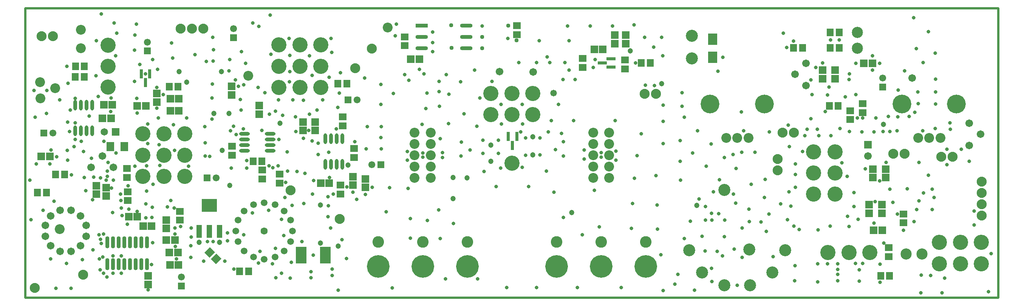
<source format=gts>
G04*
G04 #@! TF.GenerationSoftware,Altium Limited,Altium Designer,22.6.1 (34)*
G04*
G04 Layer_Color=8388736*
%FSLAX43Y43*%
%MOMM*%
G71*
G04*
G04 #@! TF.SameCoordinates,AAD44367-0764-4FA4-9AEF-FD5D00886B8E*
G04*
G04*
G04 #@! TF.FilePolarity,Negative*
G04*
G01*
G75*
%ADD13C,0.500*%
%ADD33R,1.803X1.703*%
G04:AMPARAMS|DCode=34|XSize=1.703mm|YSize=1.603mm|CornerRadius=0mm|HoleSize=0mm|Usage=FLASHONLY|Rotation=225.000|XOffset=0mm|YOffset=0mm|HoleType=Round|Shape=Rectangle|*
%AMROTATEDRECTD34*
4,1,4,0.035,1.169,1.169,0.035,-0.035,-1.169,-1.169,-0.035,0.035,1.169,0.0*
%
%ADD34ROTATEDRECTD34*%

%ADD35R,1.603X1.703*%
%ADD36O,2.803X0.903*%
%ADD37R,2.803X0.903*%
%ADD38R,1.703X1.603*%
%ADD39R,1.703X1.803*%
%ADD40R,2.003X0.803*%
%ADD41R,0.803X2.003*%
%ADD42R,2.003X2.603*%
%ADD43O,0.903X2.703*%
%ADD44O,0.803X2.403*%
%ADD45O,2.403X0.803*%
%ADD46R,1.703X2.103*%
%ADD47R,3.503X2.903*%
%ADD48R,1.203X2.903*%
%ADD49R,2.403X3.703*%
%ADD50C,2.235*%
%ADD51C,3.403*%
%ADD52C,2.203*%
%ADD53C,1.703*%
%ADD54C,1.553*%
%ADD55R,1.553X1.553*%
%ADD56C,2.703*%
%ADD57R,1.703X1.703*%
%ADD58R,1.553X1.553*%
%ADD59C,1.503*%
%ADD60C,1.603*%
%ADD61C,2.503*%
%ADD62C,4.203*%
%ADD63C,2.603*%
%ADD64C,5.080*%
%ADD65C,1.651*%
%ADD66R,1.651X1.651*%
%ADD67C,0.813*%
%ADD68C,0.813*%
%ADD69C,1.203*%
%ADD70C,0.953*%
%ADD71C,1.473*%
D13*
X97502Y93000D02*
X315500D01*
X315500Y158000D02*
X315500Y93000D01*
X97502Y158000D02*
X315500D01*
X97502D02*
X97502Y93000D01*
D33*
X125000Y97850D02*
D03*
Y95950D02*
D03*
X113400Y118150D02*
D03*
Y116250D02*
D03*
X232000Y150050D02*
D03*
Y151950D02*
D03*
X229500Y150050D02*
D03*
X229500Y151950D02*
D03*
X159700Y132450D02*
D03*
Y130550D02*
D03*
X162380Y132464D02*
D03*
Y130564D02*
D03*
X149904Y134229D02*
D03*
X149904Y136129D02*
D03*
X143700Y140450D02*
D03*
Y138550D02*
D03*
X126900Y136950D02*
D03*
X126900Y138850D02*
D03*
X115555Y117697D02*
D03*
Y115797D02*
D03*
X129000Y108550D02*
D03*
X129000Y110450D02*
D03*
X287400Y119950D02*
D03*
Y121850D02*
D03*
X290287Y119955D02*
D03*
Y121855D02*
D03*
X276144Y144096D02*
D03*
Y142196D02*
D03*
X278901Y144090D02*
D03*
X278901Y142190D02*
D03*
X289400Y113850D02*
D03*
X289400Y111950D02*
D03*
X286500Y113850D02*
D03*
X286500Y111950D02*
D03*
X173700Y119650D02*
D03*
X173700Y117750D02*
D03*
X170900Y120150D02*
D03*
X170900Y118250D02*
D03*
D34*
X138793Y103107D02*
D03*
X140207Y101693D02*
D03*
D35*
X108700Y145000D02*
D03*
X110700D02*
D03*
X129700Y140350D02*
D03*
X131700Y140350D02*
D03*
X235500Y145700D02*
D03*
X237500D02*
D03*
X269601Y149144D02*
D03*
X271601D02*
D03*
X150504Y123661D02*
D03*
X148504D02*
D03*
X100200Y116600D02*
D03*
X102200Y116600D02*
D03*
X110678Y142580D02*
D03*
X108678D02*
D03*
X147500Y98900D02*
D03*
X145500Y98900D02*
D03*
X277801Y152540D02*
D03*
X279801Y152540D02*
D03*
X279801Y149140D02*
D03*
X277801Y149140D02*
D03*
X167500Y141100D02*
D03*
X169500D02*
D03*
X104251Y120623D02*
D03*
X106251D02*
D03*
X289125Y97925D02*
D03*
X291125D02*
D03*
X277601Y136040D02*
D03*
X279601D02*
D03*
D36*
X196300Y151600D02*
D03*
Y154140D02*
D03*
Y149060D02*
D03*
X186300D02*
D03*
Y151600D02*
D03*
D37*
Y154140D02*
D03*
D38*
X290900Y104200D02*
D03*
Y102200D02*
D03*
X231800Y146400D02*
D03*
X231800Y144400D02*
D03*
X222327Y144728D02*
D03*
Y146728D02*
D03*
X182500Y149600D02*
D03*
X207600Y152100D02*
D03*
X182500Y151600D02*
D03*
X207600Y154100D02*
D03*
X285101Y134540D02*
D03*
Y136540D02*
D03*
X171100Y126500D02*
D03*
Y124500D02*
D03*
X168600Y131600D02*
D03*
Y133600D02*
D03*
X150579Y121654D02*
D03*
Y119654D02*
D03*
X120400Y116800D02*
D03*
Y114800D02*
D03*
X132100Y110400D02*
D03*
X132100Y112400D02*
D03*
X168100Y118300D02*
D03*
Y116300D02*
D03*
X143800Y127000D02*
D03*
Y125000D02*
D03*
X154434Y118739D02*
D03*
Y120739D02*
D03*
X294200Y111800D02*
D03*
Y109800D02*
D03*
X282300Y133000D02*
D03*
X282300Y135000D02*
D03*
X120200Y120000D02*
D03*
Y122000D02*
D03*
D39*
X226850Y148800D02*
D03*
X224950D02*
D03*
X183850Y146600D02*
D03*
X185750Y146600D02*
D03*
X115065Y136349D02*
D03*
X116965D02*
D03*
X123850Y109100D02*
D03*
X125750D02*
D03*
X129850Y100375D02*
D03*
X131750Y100375D02*
D03*
X124450Y136100D02*
D03*
X122550Y136100D02*
D03*
X163650Y118700D02*
D03*
X165550Y118700D02*
D03*
X131850Y137700D02*
D03*
X129950D02*
D03*
X129950Y135000D02*
D03*
X131850D02*
D03*
X122550Y111200D02*
D03*
X120650D02*
D03*
X102950Y124700D02*
D03*
X101050D02*
D03*
X129050Y105900D02*
D03*
X130950Y105900D02*
D03*
X129750Y103100D02*
D03*
X131650Y103100D02*
D03*
X114750Y133300D02*
D03*
X116650Y133300D02*
D03*
X287550Y108100D02*
D03*
X289450Y108100D02*
D03*
X287251Y145640D02*
D03*
X285351Y145640D02*
D03*
D40*
X228725Y144778D02*
D03*
X228725Y146678D02*
D03*
X226725Y145728D02*
D03*
D41*
X206625Y127200D02*
D03*
X207575Y129200D02*
D03*
X205675D02*
D03*
X125350Y143300D02*
D03*
X123450Y143300D02*
D03*
X124400Y141300D02*
D03*
D42*
X251500Y146950D02*
D03*
X251500Y151050D02*
D03*
D43*
X124692Y105416D02*
D03*
X123422Y105416D02*
D03*
X122152Y105416D02*
D03*
X120882Y105416D02*
D03*
X119612Y105416D02*
D03*
X118342Y105416D02*
D03*
X117072Y105416D02*
D03*
X115802Y105416D02*
D03*
X124692Y100516D02*
D03*
X123422Y100516D02*
D03*
X122152Y100516D02*
D03*
X120882Y100516D02*
D03*
X119612Y100516D02*
D03*
X118342Y100516D02*
D03*
X117072Y100516D02*
D03*
X115802Y100516D02*
D03*
D44*
X168505Y128675D02*
D03*
X167235Y128675D02*
D03*
X165965Y128675D02*
D03*
X164695Y128675D02*
D03*
X168505Y122925D02*
D03*
X167235Y122925D02*
D03*
X165965D02*
D03*
X164695Y122925D02*
D03*
X108656Y130454D02*
D03*
X109926Y130454D02*
D03*
X111196Y130454D02*
D03*
X112466Y130454D02*
D03*
X108656Y136204D02*
D03*
X109926Y136204D02*
D03*
X111196Y136204D02*
D03*
X112466Y136204D02*
D03*
D45*
X146579Y129766D02*
D03*
X146579Y127226D02*
D03*
X146579Y125956D02*
D03*
X152329Y129766D02*
D03*
X152329Y128496D02*
D03*
X152329Y125956D02*
D03*
X146579Y128496D02*
D03*
X152329Y127226D02*
D03*
D46*
X116550Y126900D02*
D03*
X119650Y126900D02*
D03*
D47*
X138700Y113750D02*
D03*
D48*
X141000Y107850D02*
D03*
X138700D02*
D03*
X136400D02*
D03*
D49*
X159300Y102500D02*
D03*
X164700Y102500D02*
D03*
D50*
X302730Y124620D02*
D03*
X305270Y124620D02*
D03*
X238770Y138800D02*
D03*
X236230D02*
D03*
X311750Y119085D02*
D03*
X311750Y116545D02*
D03*
X311750Y114005D02*
D03*
X311750Y111465D02*
D03*
X137340Y153400D02*
D03*
X134800D02*
D03*
X132260Y153400D02*
D03*
X266000Y121630D02*
D03*
Y124170D02*
D03*
X267130Y130100D02*
D03*
X269670D02*
D03*
X294470Y125300D02*
D03*
X291930D02*
D03*
X103670Y151700D02*
D03*
X101130D02*
D03*
X167924Y110658D02*
D03*
X110400Y98100D02*
D03*
X175100Y148900D02*
D03*
X99557Y95195D02*
D03*
X156857Y117086D02*
D03*
X171384Y144500D02*
D03*
D51*
X133200Y129800D02*
D03*
X128500D02*
D03*
X123800D02*
D03*
X133200Y125000D02*
D03*
X128500D02*
D03*
X123800D02*
D03*
X133200Y120200D02*
D03*
X128500D02*
D03*
X123800D02*
D03*
X206500Y123200D02*
D03*
X116000Y149700D02*
D03*
Y145000D02*
D03*
Y140300D02*
D03*
X302300Y100600D02*
D03*
X307000D02*
D03*
X311700D02*
D03*
X302300Y105400D02*
D03*
X307000D02*
D03*
X311700D02*
D03*
X154300Y140200D02*
D03*
X159000D02*
D03*
X163700D02*
D03*
X154300Y145000D02*
D03*
X159000D02*
D03*
X163700D02*
D03*
X154300Y149800D02*
D03*
X159000D02*
D03*
X163700D02*
D03*
X278900Y116300D02*
D03*
Y121000D02*
D03*
Y125700D02*
D03*
X274100Y116300D02*
D03*
Y121000D02*
D03*
Y125700D02*
D03*
X211200Y138900D02*
D03*
X206500D02*
D03*
X201800D02*
D03*
X211200Y134100D02*
D03*
X206500D02*
D03*
X201800D02*
D03*
X286700Y103100D02*
D03*
X282000D02*
D03*
X277300D02*
D03*
D52*
X109926Y153195D02*
D03*
X147429Y142859D02*
D03*
X109924Y149008D02*
D03*
X104133Y140064D02*
D03*
X100774Y141374D02*
D03*
X100856Y137770D02*
D03*
X105133Y108410D02*
D03*
X224700Y130080D02*
D03*
X224700Y127540D02*
D03*
X224700Y125000D02*
D03*
X224700Y122460D02*
D03*
X224700Y119920D02*
D03*
X228300Y119920D02*
D03*
X228300Y122460D02*
D03*
X228300Y125000D02*
D03*
Y127540D02*
D03*
X228300Y130080D02*
D03*
X184700Y130080D02*
D03*
X184700Y127540D02*
D03*
X184700Y125000D02*
D03*
X184700Y122460D02*
D03*
X184700Y119920D02*
D03*
X188300Y119920D02*
D03*
X188300Y122460D02*
D03*
X188300Y125000D02*
D03*
Y127540D02*
D03*
X188300Y130080D02*
D03*
X297500Y128900D02*
D03*
X302500Y128900D02*
D03*
X300000Y128900D02*
D03*
X257000Y128900D02*
D03*
X259500D02*
D03*
X254500D02*
D03*
X178625Y153650D02*
D03*
D53*
X309000Y127200D02*
D03*
X311500Y129700D02*
D03*
X309000Y132200D02*
D03*
X117200Y122300D02*
D03*
X114700Y124800D02*
D03*
X112200Y122300D02*
D03*
X272401Y140640D02*
D03*
X269901Y143140D02*
D03*
X272401Y145640D02*
D03*
X286300Y124850D02*
D03*
X101912Y109229D02*
D03*
X103141Y111359D02*
D03*
X105271Y112588D02*
D03*
X107729D02*
D03*
X109859Y111359D02*
D03*
X111088Y109229D02*
D03*
Y106771D02*
D03*
X109859Y104641D02*
D03*
X107729Y103412D02*
D03*
X105271D02*
D03*
X103141Y104641D02*
D03*
X101912Y106771D02*
D03*
X203700Y143800D02*
D03*
X211273Y143732D02*
D03*
X296200Y142300D02*
D03*
D54*
X175100Y122900D02*
D03*
X171800Y137400D02*
D03*
X289600Y142300D02*
D03*
X132400Y97600D02*
D03*
X140200Y119900D02*
D03*
X144150Y153400D02*
D03*
X124800Y150400D02*
D03*
X103600Y130000D02*
D03*
D55*
X177100Y122900D02*
D03*
X169800Y137400D02*
D03*
X138200Y119900D02*
D03*
X101600Y130000D02*
D03*
D56*
X246800Y151840D02*
D03*
Y146760D02*
D03*
X254137Y117225D02*
D03*
X259712Y103775D02*
D03*
X267712Y103625D02*
D03*
X264837Y98650D02*
D03*
X259862Y95775D02*
D03*
X246262Y103625D02*
D03*
X249137Y98650D02*
D03*
X254113Y95775D02*
D03*
D57*
X286300Y127350D02*
D03*
D58*
X289600Y140300D02*
D03*
X132400Y95600D02*
D03*
X144150Y151400D02*
D03*
X124800Y148400D02*
D03*
D59*
X148570Y102133D02*
D03*
X146510Y103510D02*
D03*
X145133Y105570D02*
D03*
X144650Y108000D02*
D03*
X145133Y110430D02*
D03*
X146510Y112490D02*
D03*
X148570Y113867D02*
D03*
X151000Y114350D02*
D03*
X153430Y113867D02*
D03*
X155490Y112490D02*
D03*
X156867Y110430D02*
D03*
X157350Y108000D02*
D03*
X156867Y105570D02*
D03*
X155490Y103510D02*
D03*
X153430Y102133D02*
D03*
X151000Y101650D02*
D03*
D60*
Y108000D02*
D03*
D61*
X298350Y102800D02*
D03*
X294850Y102800D02*
D03*
X283900Y152550D02*
D03*
X283900Y149050D02*
D03*
D62*
X306100Y136500D02*
D03*
X293900D02*
D03*
X250900D02*
D03*
X263100D02*
D03*
D63*
X236500Y105500D02*
D03*
X226500D02*
D03*
X216500D02*
D03*
X196500D02*
D03*
X186500D02*
D03*
X176500D02*
D03*
D64*
X236500Y100000D02*
D03*
X226500D02*
D03*
X216500D02*
D03*
X196500D02*
D03*
X186500D02*
D03*
X176500D02*
D03*
D65*
X115160Y130200D02*
D03*
D66*
X117700D02*
D03*
D67*
X124978Y94765D02*
D03*
X126900Y135600D02*
D03*
X297200Y112800D02*
D03*
X253700Y102400D02*
D03*
X252500Y103400D02*
D03*
X256300Y103900D02*
D03*
X258050Y102067D02*
D03*
X236400Y140700D02*
D03*
X118970Y113123D02*
D03*
X115800Y121400D02*
D03*
X115844Y120273D02*
D03*
X108655Y132282D02*
D03*
X158332Y121331D02*
D03*
X154128Y122600D02*
D03*
X152958Y122225D02*
D03*
X138758Y124715D02*
D03*
X137800Y127800D02*
D03*
X208000Y145800D02*
D03*
X212000D02*
D03*
X229000Y154000D02*
D03*
X224000D02*
D03*
X218977Y154042D02*
D03*
X205584Y151199D02*
D03*
X199800Y154000D02*
D03*
X188700Y148300D02*
D03*
Y150300D02*
D03*
X188740Y152655D02*
D03*
X180573Y154425D02*
D03*
X180390Y151831D02*
D03*
X101400Y112617D02*
D03*
X138000Y146100D02*
D03*
X159827Y114125D02*
D03*
X166200Y99400D02*
D03*
X166177Y97992D02*
D03*
X115000Y98500D02*
D03*
X114074Y101654D02*
D03*
X115000Y107300D02*
D03*
X142200Y101200D02*
D03*
X137408Y101203D02*
D03*
X139500Y105600D02*
D03*
X138300D02*
D03*
X148390Y154670D02*
D03*
X139325Y137875D02*
D03*
X154857Y98508D02*
D03*
X156800Y97400D02*
D03*
X131000Y107300D02*
D03*
X131300Y101725D02*
D03*
X131100Y104500D02*
D03*
X117184Y119419D02*
D03*
X115567D02*
D03*
X142796Y105792D02*
D03*
X124600Y122600D02*
D03*
X124900Y132002D02*
D03*
Y127600D02*
D03*
X127600Y122655D02*
D03*
X118800Y116300D02*
D03*
X307200Y126300D02*
D03*
X214600Y130200D02*
D03*
X268194Y110493D02*
D03*
X263480Y107900D02*
D03*
X287600Y109700D02*
D03*
X155835Y118850D02*
D03*
X300700Y112800D02*
D03*
X282000Y109010D02*
D03*
X277800Y109100D02*
D03*
X309000Y123600D02*
D03*
X219300Y144100D02*
D03*
X190200Y141600D02*
D03*
D68*
X126900Y140200D02*
D03*
X292900Y111800D02*
D03*
X299800Y120500D02*
D03*
X118900Y114800D02*
D03*
X116041Y123400D02*
D03*
X165600Y120000D02*
D03*
X98500Y119350D02*
D03*
X125793Y111000D02*
D03*
X124500Y110900D02*
D03*
X144200Y99400D02*
D03*
X116800Y117600D02*
D03*
X132300Y109000D02*
D03*
X125900Y113300D02*
D03*
X124600Y116950D02*
D03*
X120500Y118100D02*
D03*
X169500Y117900D02*
D03*
X137700Y131400D02*
D03*
X147050Y123800D02*
D03*
X130100Y114800D02*
D03*
X143400Y130500D02*
D03*
X128400Y138600D02*
D03*
X139541Y146131D02*
D03*
X133600Y133400D02*
D03*
X139300Y133100D02*
D03*
X122550Y112375D02*
D03*
X152100Y122600D02*
D03*
X208500Y130200D02*
D03*
X233894Y154308D02*
D03*
X238242Y149280D02*
D03*
X240000Y151500D02*
D03*
X236200D02*
D03*
X162834Y135162D02*
D03*
X161700Y128200D02*
D03*
X158001Y133600D02*
D03*
X202008Y141615D02*
D03*
X214408Y147113D02*
D03*
X149800Y153900D02*
D03*
X152344Y156500D02*
D03*
X166158Y148100D02*
D03*
X156718Y143746D02*
D03*
X161737Y142892D02*
D03*
X165500Y142519D02*
D03*
X161108Y147361D02*
D03*
X152500Y147630D02*
D03*
X156579Y151266D02*
D03*
X165927D02*
D03*
X114270Y106097D02*
D03*
X112800Y120093D02*
D03*
X215292Y132756D02*
D03*
X217908Y141978D02*
D03*
X220693D02*
D03*
X149673Y100726D02*
D03*
X170900Y116700D02*
D03*
X273700Y138600D02*
D03*
X281200Y138100D02*
D03*
X276677Y134768D02*
D03*
X301400Y142100D02*
D03*
X165300Y111200D02*
D03*
X122000Y122500D02*
D03*
X130628Y131852D02*
D03*
X153582Y97450D02*
D03*
X161500Y97500D02*
D03*
Y98800D02*
D03*
X155587Y115508D02*
D03*
X157261Y113758D02*
D03*
X147050Y122068D02*
D03*
X142800Y107500D02*
D03*
X152831Y100600D02*
D03*
X157025Y100891D02*
D03*
X264100Y111800D02*
D03*
X287900Y114600D02*
D03*
X244200Y123600D02*
D03*
X154300Y128500D02*
D03*
X229800Y125950D02*
D03*
X275100Y108200D02*
D03*
X270900Y108300D02*
D03*
X258100Y108600D02*
D03*
X256100Y116300D02*
D03*
X256600Y114200D02*
D03*
X262300Y110000D02*
D03*
X268962Y113550D02*
D03*
X114300Y119900D02*
D03*
X298165Y98073D02*
D03*
X303431Y97375D02*
D03*
X300350Y97996D02*
D03*
X298100Y94100D02*
D03*
X275000Y96550D02*
D03*
X289007Y96407D02*
D03*
X289000Y100500D02*
D03*
X284300Y96667D02*
D03*
Y99200D02*
D03*
X285046Y100715D02*
D03*
X275000Y100600D02*
D03*
X279500D02*
D03*
Y96800D02*
D03*
X283470Y100709D02*
D03*
X277200Y100600D02*
D03*
X279500Y98200D02*
D03*
X251224Y111939D02*
D03*
X256700Y122000D02*
D03*
X268647Y126962D02*
D03*
X271586Y125854D02*
D03*
X263100Y115500D02*
D03*
X288900Y119200D02*
D03*
X298750Y116545D02*
D03*
X304600Y132300D02*
D03*
X297720Y114700D02*
D03*
X289800Y105275D02*
D03*
X112500Y114950D02*
D03*
X225100Y146478D02*
D03*
X234208Y145700D02*
D03*
X224700Y144728D02*
D03*
X219297Y150700D02*
D03*
X212600D02*
D03*
X190177Y139255D02*
D03*
X270000Y120700D02*
D03*
Y123000D02*
D03*
X251300Y96600D02*
D03*
X256954Y95775D02*
D03*
X183100Y123900D02*
D03*
Y125800D02*
D03*
X216279Y126290D02*
D03*
X195100Y124800D02*
D03*
X208800Y136400D02*
D03*
X229800Y123900D02*
D03*
X222700Y126164D02*
D03*
X195796Y134288D02*
D03*
X198600Y131500D02*
D03*
X192252Y132119D02*
D03*
X198100Y144100D02*
D03*
X191739Y143066D02*
D03*
X179901Y138891D02*
D03*
X190275Y135975D02*
D03*
X209600Y128900D02*
D03*
Y125000D02*
D03*
X212800Y125100D02*
D03*
X202922Y117992D02*
D03*
X200207Y121372D02*
D03*
X200000Y125400D02*
D03*
Y128400D02*
D03*
X204000Y122100D02*
D03*
X203500Y125400D02*
D03*
Y128400D02*
D03*
X300700Y117370D02*
D03*
X270000Y117800D02*
D03*
X251300Y110400D02*
D03*
X130263Y150179D02*
D03*
X298567Y130500D02*
D03*
X291815Y114432D02*
D03*
X295099Y117431D02*
D03*
X301094Y115484D02*
D03*
X252654Y143840D02*
D03*
X291216Y117319D02*
D03*
X313900Y102892D02*
D03*
X313300Y94300D02*
D03*
X252850Y111860D02*
D03*
X254200Y110400D02*
D03*
X122500Y134500D02*
D03*
X99901Y123050D02*
D03*
X115100Y128084D02*
D03*
X103879Y114668D02*
D03*
X98700Y110500D02*
D03*
X177164Y128996D02*
D03*
X297120Y148900D02*
D03*
X279800Y150900D02*
D03*
X277847Y150884D02*
D03*
X268100Y149200D02*
D03*
X273486Y133185D02*
D03*
X274900Y130800D02*
D03*
X272600D02*
D03*
X268399Y131792D02*
D03*
X257905Y134694D02*
D03*
X293078Y139647D02*
D03*
X284097Y110625D02*
D03*
X275267Y129400D02*
D03*
X272100D02*
D03*
X249900Y110400D02*
D03*
X269900Y100200D02*
D03*
X246500Y110200D02*
D03*
X254100Y106700D02*
D03*
X249100Y106800D02*
D03*
X249800Y103500D02*
D03*
X264984Y102200D02*
D03*
X245097Y106309D02*
D03*
X244300Y119400D02*
D03*
X247400Y94700D02*
D03*
X259700Y110100D02*
D03*
X248441Y115169D02*
D03*
X269601Y150672D02*
D03*
X296528Y155900D02*
D03*
X297720Y123400D02*
D03*
X295504Y133711D02*
D03*
X292800Y130500D02*
D03*
X291216Y130318D02*
D03*
X289623D02*
D03*
X287600Y130200D02*
D03*
X282090Y130285D02*
D03*
X283919Y133338D02*
D03*
X290866Y133700D02*
D03*
X288019Y133338D02*
D03*
X285119D02*
D03*
X283601Y138640D02*
D03*
X161000Y130600D02*
D03*
X155089Y133946D02*
D03*
X124445Y114093D02*
D03*
X167483Y135742D02*
D03*
X156700Y147400D02*
D03*
X146827Y145615D02*
D03*
X145600Y137500D02*
D03*
X145792Y135179D02*
D03*
X139350Y140975D02*
D03*
X123150Y145386D02*
D03*
X125983Y146515D02*
D03*
X127100Y144308D02*
D03*
X130477Y146800D02*
D03*
X139420Y151442D02*
D03*
X143109Y143944D02*
D03*
X145866Y148280D02*
D03*
X143300Y146515D02*
D03*
X143600Y122100D02*
D03*
X129300Y113400D02*
D03*
X134600Y108600D02*
D03*
X120642Y112911D02*
D03*
X126100Y118500D02*
D03*
X127300Y133400D02*
D03*
X130900Y126100D02*
D03*
X122456Y137781D02*
D03*
X122000Y152000D02*
D03*
X113816Y138200D02*
D03*
X107013Y141180D02*
D03*
X99400Y139500D02*
D03*
X102300D02*
D03*
X102200Y134400D02*
D03*
X99648Y133571D02*
D03*
X106978Y132420D02*
D03*
X107500Y135100D02*
D03*
X105181Y137400D02*
D03*
X106953Y123894D02*
D03*
X106900Y126100D02*
D03*
X110500Y125800D02*
D03*
X110646Y120008D02*
D03*
X108354Y126946D02*
D03*
X107800Y120600D02*
D03*
X117057Y112083D02*
D03*
X134544Y102000D02*
D03*
X134600Y106600D02*
D03*
X114500Y105200D02*
D03*
X296600Y110100D02*
D03*
X251654Y116800D02*
D03*
X269700Y109100D02*
D03*
X268552Y116800D02*
D03*
X279515Y99309D02*
D03*
X310100Y109350D02*
D03*
X281700Y111300D02*
D03*
X283100Y113500D02*
D03*
X283101Y116593D02*
D03*
X298623Y145781D02*
D03*
X292995Y133645D02*
D03*
X284900Y130200D02*
D03*
X285700Y121900D02*
D03*
X290300Y123400D02*
D03*
X281571Y120271D02*
D03*
X280400Y123314D02*
D03*
X256000Y125186D02*
D03*
X263280Y119600D02*
D03*
X260962Y125652D02*
D03*
X264168Y130250D02*
D03*
X258403Y130443D02*
D03*
X258000Y125652D02*
D03*
X260100Y118500D02*
D03*
X247000Y125500D02*
D03*
X251100Y127500D02*
D03*
X244600Y136000D02*
D03*
X254100Y124500D02*
D03*
X244600Y139000D02*
D03*
X245100Y133500D02*
D03*
X244200Y128300D02*
D03*
X248100Y130500D02*
D03*
X253000Y119500D02*
D03*
X243700Y98204D02*
D03*
X250000Y122500D02*
D03*
X251254Y99612D02*
D03*
X243000Y96000D02*
D03*
X259600Y112900D02*
D03*
X249900Y113500D02*
D03*
X266718Y114067D02*
D03*
X269841Y96792D02*
D03*
X294200Y108100D02*
D03*
X301304Y131004D02*
D03*
X301420Y136500D02*
D03*
X304686Y130818D02*
D03*
X301400Y139200D02*
D03*
X297528Y136602D02*
D03*
X296765Y134607D02*
D03*
X297474Y139184D02*
D03*
X301304Y147900D02*
D03*
X304000Y122900D02*
D03*
X299834Y152758D02*
D03*
X267296Y152438D02*
D03*
X253750Y146950D02*
D03*
X179700Y95173D02*
D03*
X191600Y97200D02*
D03*
X198837D02*
D03*
X205359Y95300D02*
D03*
X212050D02*
D03*
X221181D02*
D03*
X231000D02*
D03*
X239900Y102600D02*
D03*
X240400Y94600D02*
D03*
Y127600D02*
D03*
Y132600D02*
D03*
Y136260D02*
D03*
X238471Y140666D02*
D03*
X240285Y147354D02*
D03*
X208900Y132000D02*
D03*
X204100D02*
D03*
X204050Y136400D02*
D03*
X214961Y145800D02*
D03*
X218359D02*
D03*
X229636Y132756D02*
D03*
X235501Y129824D02*
D03*
X234514Y124909D02*
D03*
X233960Y119850D02*
D03*
X238789Y120392D02*
D03*
X239040Y113837D02*
D03*
X233527Y114177D02*
D03*
X239107Y108393D02*
D03*
X233269Y108578D02*
D03*
X226036Y108862D02*
D03*
X222225Y107142D02*
D03*
X218019Y111000D02*
D03*
X224986Y117120D02*
D03*
X215900Y116700D02*
D03*
X210250Y117992D02*
D03*
X208817Y122300D02*
D03*
X212800Y128900D02*
D03*
X214200Y121400D02*
D03*
X217579Y129904D02*
D03*
X220332Y132756D02*
D03*
X216903Y136389D02*
D03*
X186400Y131900D02*
D03*
X187498Y138979D02*
D03*
X199339Y137831D02*
D03*
X187235Y135500D02*
D03*
X190400Y128700D02*
D03*
X190100Y112700D02*
D03*
X190400Y106309D02*
D03*
X193385Y109642D02*
D03*
X187586Y110321D02*
D03*
X183192Y117486D02*
D03*
X183739Y110760D02*
D03*
X183700Y106349D02*
D03*
X178296Y112316D02*
D03*
X179116Y117700D02*
D03*
X153482Y134865D02*
D03*
X173514Y142350D02*
D03*
X168050Y143480D02*
D03*
X167596Y94700D02*
D03*
X154857Y110600D02*
D03*
X155387Y106954D02*
D03*
X153486Y104106D02*
D03*
X150033Y103416D02*
D03*
X146357Y107100D02*
D03*
X148350Y112031D02*
D03*
X151967Y112600D02*
D03*
X117800Y125455D02*
D03*
X127400Y127377D02*
D03*
X121900Y141600D02*
D03*
Y148600D02*
D03*
X122338Y154416D02*
D03*
X117100Y98500D02*
D03*
X119000Y102400D02*
D03*
X294464Y143935D02*
D03*
X288885Y145615D02*
D03*
X287251Y147290D02*
D03*
Y144109D02*
D03*
X274607Y144681D02*
D03*
X276144Y145747D02*
D03*
X282013Y142005D02*
D03*
X282150Y143287D02*
D03*
X273486Y141913D02*
D03*
X277200Y138500D02*
D03*
X279984Y131004D02*
D03*
X278000Y129400D02*
D03*
X226500Y124516D02*
D03*
Y125600D02*
D03*
X186500Y124576D02*
D03*
Y125484D02*
D03*
X302900Y94100D02*
D03*
X310063Y112480D02*
D03*
X304000Y126300D02*
D03*
X137800Y124800D02*
D03*
X134000Y122500D02*
D03*
X106800Y145000D02*
D03*
X117700Y147331D02*
D03*
X113360Y150699D02*
D03*
X114478Y156726D02*
D03*
X117993Y152384D02*
D03*
X117344Y154700D02*
D03*
X159400Y105600D02*
D03*
X161993Y102500D02*
D03*
X169421Y101796D02*
D03*
X168407Y106053D02*
D03*
X165900Y108600D02*
D03*
X165406Y113639D02*
D03*
X165288Y115623D02*
D03*
X161769Y116254D02*
D03*
X163084Y127663D02*
D03*
X161100Y134200D02*
D03*
X145200Y140500D02*
D03*
X139600Y148700D02*
D03*
X112289Y124329D02*
D03*
X135518Y147558D02*
D03*
X110234Y101492D02*
D03*
X103100Y101700D02*
D03*
X130800Y113100D02*
D03*
X119100Y111400D02*
D03*
X120294Y109506D02*
D03*
X112649Y103734D02*
D03*
X115723Y97626D02*
D03*
X114000Y107100D02*
D03*
X154223Y137461D02*
D03*
X156678Y141454D02*
D03*
X144500Y141900D02*
D03*
X197100Y126200D02*
D03*
X218000Y124800D02*
D03*
X218007Y128064D02*
D03*
X195200Y127900D02*
D03*
X190900Y124509D02*
D03*
Y125612D02*
D03*
X222700Y124100D02*
D03*
X177200Y131400D02*
D03*
Y126400D02*
D03*
X173800D02*
D03*
X174100Y131400D02*
D03*
X177164Y140908D02*
D03*
X182500Y143132D02*
D03*
X185800Y144300D02*
D03*
X177150Y136415D02*
D03*
X183364Y141859D02*
D03*
X186778Y143272D02*
D03*
X195000Y141500D02*
D03*
X192400Y138700D02*
D03*
X165419Y125656D02*
D03*
X162100Y119318D02*
D03*
X171700Y115100D02*
D03*
X166500Y116273D02*
D03*
X175200Y117800D02*
D03*
X173700Y116200D02*
D03*
X160100Y120900D02*
D03*
X156200Y121400D02*
D03*
X146427Y140802D02*
D03*
X151122Y139058D02*
D03*
X149590Y140249D02*
D03*
X164100Y137400D02*
D03*
X157387Y137461D02*
D03*
X159800Y137350D02*
D03*
X167850Y138919D02*
D03*
X159800Y128747D02*
D03*
X158100Y130300D02*
D03*
X150492Y130528D02*
D03*
X146300Y130875D02*
D03*
X144675Y129625D02*
D03*
X144150Y131496D02*
D03*
X134550Y104625D02*
D03*
X131000Y108600D02*
D03*
X114212Y99221D02*
D03*
X114800Y102100D02*
D03*
X106700Y100700D02*
D03*
X107401Y130287D02*
D03*
X108600Y128504D02*
D03*
X116600Y134800D02*
D03*
X116657Y137818D02*
D03*
X113334Y142859D02*
D03*
X103200Y126200D02*
D03*
X104519Y124650D02*
D03*
X103000Y123000D02*
D03*
X110993Y117000D02*
D03*
X104300Y95100D02*
D03*
X107700D02*
D03*
X126000Y105300D02*
D03*
X156100Y125700D02*
D03*
X163100Y125183D02*
D03*
X124400Y143300D02*
D03*
X171281Y128021D02*
D03*
X167100Y130900D02*
D03*
X152150Y134229D02*
D03*
X108600Y137800D02*
D03*
X125747Y100458D02*
D03*
X109978Y128084D02*
D03*
X111775Y133825D02*
D03*
X117072Y102400D02*
D03*
X119000Y98500D02*
D03*
X283601Y145640D02*
D03*
X277551Y140334D02*
D03*
D69*
X240040Y141032D02*
D03*
X247900Y113700D02*
D03*
X163600Y113800D02*
D03*
X233000Y148400D02*
D03*
X136400Y105400D02*
D03*
X133650Y141425D02*
D03*
X131900Y143800D02*
D03*
X143300Y118200D02*
D03*
X141000Y105400D02*
D03*
X141600Y126100D02*
D03*
X143100Y134400D02*
D03*
X139700D02*
D03*
X169800Y122800D02*
D03*
X201800Y127300D02*
D03*
Y123600D02*
D03*
X211200Y129100D02*
D03*
Y125047D02*
D03*
X163600Y105246D02*
D03*
X219900Y112100D02*
D03*
X193300Y115200D02*
D03*
Y120000D02*
D03*
X196400Y119900D02*
D03*
X289700Y131900D02*
D03*
X167535Y104553D02*
D03*
X141400Y143800D02*
D03*
X154550Y132200D02*
D03*
D70*
X193000Y149100D02*
D03*
X207567Y150764D02*
D03*
X199800Y151600D02*
D03*
Y149060D02*
D03*
X192893Y154148D02*
D03*
X205700Y154100D02*
D03*
D71*
X215853Y138933D02*
D03*
M02*

</source>
